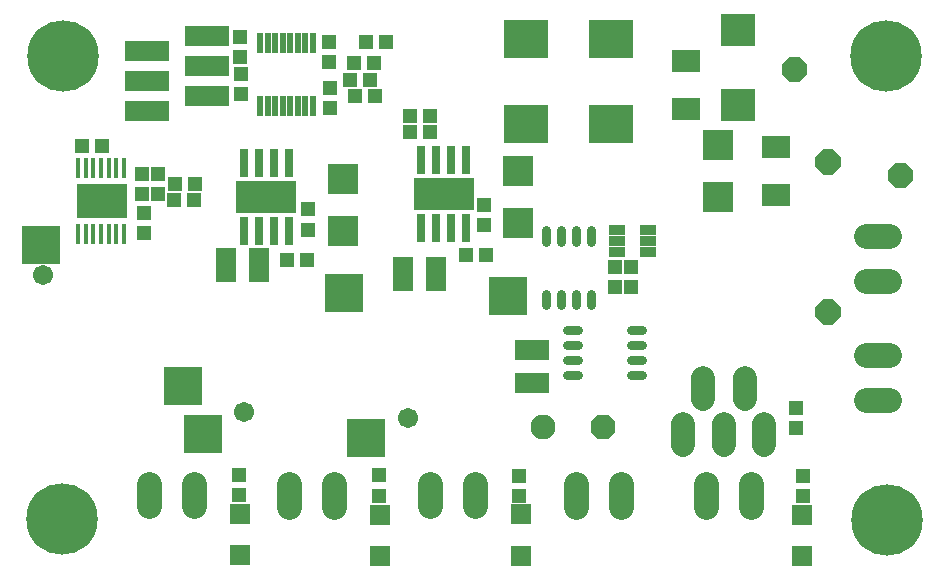
<source format=gts>
G75*
G70*
%OFA0B0*%
%FSLAX24Y24*%
%IPPOS*%
%LPD*%
%AMOC8*
5,1,8,0,0,1.08239X$1,22.5*
%
%ADD10R,0.0277X0.0946*%
%ADD11R,0.2049X0.1064*%
%ADD12R,0.0710X0.1143*%
%ADD13R,0.0474X0.0513*%
%ADD14R,0.1261X0.1261*%
%ADD15R,0.1025X0.1025*%
%ADD16R,0.0178X0.0690*%
%ADD17R,0.1655X0.1182*%
%ADD18R,0.0513X0.0474*%
%ADD19R,0.1497X0.1261*%
%ADD20R,0.1143X0.1084*%
%ADD21R,0.0580X0.0330*%
%ADD22R,0.1143X0.0710*%
%ADD23C,0.0830*%
%ADD24R,0.0230X0.0680*%
%ADD25R,0.1489X0.0671*%
%ADD26R,0.0930X0.0781*%
%ADD27C,0.0168*%
%ADD28OC8,0.0840*%
%ADD29R,0.0671X0.0671*%
%ADD30C,0.0316*%
%ADD31C,0.0830*%
%ADD32OC8,0.0830*%
%ADD33C,0.2380*%
%ADD34C,0.0790*%
%ADD35C,0.0674*%
D10*
X008221Y013618D03*
X008721Y013618D03*
X009221Y013618D03*
X009721Y013618D03*
X009721Y015882D03*
X009221Y015882D03*
X008721Y015882D03*
X008221Y015882D03*
X014130Y015982D03*
X014630Y015982D03*
X015130Y015982D03*
X015630Y015982D03*
X015630Y013718D03*
X015130Y013718D03*
X014630Y013718D03*
X014130Y013718D03*
D11*
X014886Y014848D03*
X008977Y014748D03*
D12*
X008728Y012471D03*
X007626Y012471D03*
X013513Y012180D03*
X014616Y012180D03*
D13*
X016228Y013813D03*
X016228Y014482D03*
X014439Y016902D03*
X014439Y017453D03*
X013769Y017453D03*
X013769Y016902D03*
X012590Y018121D03*
X011921Y018121D03*
X011775Y018658D03*
X012444Y018658D03*
X012295Y019918D03*
X012964Y019918D03*
X006598Y015181D03*
X005928Y015181D03*
X005374Y015512D03*
X005374Y014843D03*
X005902Y014649D03*
X006571Y014649D03*
X004885Y014217D03*
X004885Y013547D03*
X003492Y016456D03*
X002823Y016456D03*
X010359Y014331D03*
X010359Y013662D03*
D14*
X011578Y011554D03*
X006201Y008432D03*
X006854Y006829D03*
X012293Y006705D03*
X017017Y011429D03*
X001476Y013157D03*
D15*
X011512Y013601D03*
X011512Y015333D03*
X017372Y015606D03*
X017372Y013873D03*
X024032Y014735D03*
X024032Y016467D03*
D16*
X004228Y015713D03*
X003972Y015713D03*
X003717Y015713D03*
X003461Y015713D03*
X003205Y015713D03*
X002949Y015713D03*
X002693Y015713D03*
X002693Y013508D03*
X002949Y013508D03*
X003205Y013508D03*
X003461Y013508D03*
X003717Y013508D03*
X003972Y013508D03*
X004228Y013508D03*
D17*
X003480Y014610D03*
D18*
X004842Y014830D03*
X004842Y015499D03*
X008126Y018186D03*
X008126Y018855D03*
X008086Y019406D03*
X008086Y020075D03*
X011075Y019901D03*
X011075Y019232D03*
X011889Y019197D03*
X012559Y019197D03*
X011086Y018390D03*
X011086Y017721D03*
X015620Y012810D03*
X016289Y012810D03*
X020579Y012409D03*
X021141Y012403D03*
X021141Y011733D03*
X020579Y011740D03*
X026624Y007710D03*
X026624Y007041D03*
X026846Y005434D03*
X026846Y004764D03*
X017396Y004784D03*
X017396Y005454D03*
X012728Y005463D03*
X012728Y004793D03*
X008065Y004799D03*
X008065Y005468D03*
X009669Y012656D03*
X010338Y012656D03*
D19*
X017629Y017174D03*
X020463Y017174D03*
X020463Y020009D03*
X017629Y020009D03*
D20*
X024691Y020312D03*
X024691Y017812D03*
D21*
X021693Y013651D03*
X021693Y013277D03*
X021693Y012903D03*
X020662Y012903D03*
X020662Y013277D03*
X020662Y013651D03*
D22*
X017823Y009632D03*
X017823Y008530D03*
D23*
X019291Y005168D02*
X019291Y004418D01*
X020791Y004418D02*
X020791Y005168D01*
X023641Y005165D02*
X023641Y004415D01*
X025141Y004415D02*
X025141Y005165D01*
X028967Y007991D02*
X029717Y007991D01*
X029717Y009491D02*
X028967Y009491D01*
X028967Y011933D02*
X029717Y011933D01*
X029717Y013433D02*
X028967Y013433D01*
X015926Y005180D02*
X015926Y004430D01*
X014426Y004430D02*
X014426Y005180D01*
X011224Y005168D02*
X011224Y004418D01*
X009724Y004418D02*
X009724Y005168D01*
X006553Y005180D02*
X006553Y004430D01*
X005053Y004430D02*
X005053Y005180D01*
D24*
X008770Y017764D03*
X009020Y017764D03*
X009270Y017764D03*
X009520Y017764D03*
X009770Y017764D03*
X010020Y017764D03*
X010270Y017764D03*
X010520Y017764D03*
X010520Y019882D03*
X010270Y019882D03*
X010020Y019882D03*
X009770Y019882D03*
X009520Y019882D03*
X009270Y019882D03*
X009020Y019882D03*
X008770Y019882D03*
D25*
X007010Y020113D03*
X007010Y019113D03*
X007010Y018113D03*
X005010Y017613D03*
X005010Y018613D03*
X005010Y019613D03*
D26*
X022973Y019279D03*
X022973Y017677D03*
X025973Y016419D03*
X025973Y014816D03*
D27*
X030034Y015725D02*
X029950Y015809D01*
X030228Y015809D01*
X030424Y015613D01*
X030424Y015335D01*
X030228Y015139D01*
X029950Y015139D01*
X029754Y015335D01*
X029754Y015613D01*
X029950Y015809D01*
X030002Y015683D01*
X030176Y015683D01*
X030298Y015561D01*
X030298Y015387D01*
X030176Y015265D01*
X030002Y015265D01*
X029880Y015387D01*
X029880Y015561D01*
X030002Y015683D01*
X030054Y015557D01*
X030124Y015557D01*
X030172Y015509D01*
X030172Y015439D01*
X030124Y015391D01*
X030054Y015391D01*
X030006Y015439D01*
X030006Y015509D01*
X030054Y015557D01*
X026498Y019261D02*
X026414Y019345D01*
X026692Y019345D01*
X026888Y019149D01*
X026888Y018871D01*
X026692Y018675D01*
X026414Y018675D01*
X026218Y018871D01*
X026218Y019149D01*
X026414Y019345D01*
X026466Y019219D01*
X026640Y019219D01*
X026762Y019097D01*
X026762Y018923D01*
X026640Y018801D01*
X026466Y018801D01*
X026344Y018923D01*
X026344Y019097D01*
X026466Y019219D01*
X026518Y019093D01*
X026588Y019093D01*
X026636Y019045D01*
X026636Y018975D01*
X026588Y018927D01*
X026518Y018927D01*
X026470Y018975D01*
X026470Y019045D01*
X026518Y019093D01*
D28*
X027682Y015907D03*
X027682Y010907D03*
D29*
X026844Y004153D03*
X026844Y002775D03*
X017454Y002791D03*
X017454Y004169D03*
X012756Y004158D03*
X012756Y002780D03*
X008093Y002812D03*
X008093Y004190D03*
D30*
X018302Y011130D02*
X018302Y011504D01*
X018802Y011504D02*
X018802Y011130D01*
X019302Y011130D02*
X019302Y011504D01*
X019802Y011504D02*
X019802Y011130D01*
X019370Y010325D02*
X018996Y010325D01*
X018996Y009825D02*
X019370Y009825D01*
X019370Y009325D02*
X018996Y009325D01*
X018996Y008825D02*
X019370Y008825D01*
X021122Y008825D02*
X021496Y008825D01*
X021496Y009325D02*
X021122Y009325D01*
X021122Y009825D02*
X021496Y009825D01*
X021496Y010325D02*
X021122Y010325D01*
X019802Y013256D02*
X019802Y013630D01*
X019302Y013630D02*
X019302Y013256D01*
X018802Y013256D02*
X018802Y013630D01*
X018302Y013630D02*
X018302Y013256D01*
D31*
X018203Y007079D03*
D32*
X020203Y007079D03*
D33*
X002151Y004006D03*
X002194Y019435D03*
X029635Y019443D03*
X029655Y003990D03*
D34*
X025572Y006466D02*
X025572Y007176D01*
X024922Y008016D02*
X024922Y008726D01*
X023522Y008726D02*
X023522Y008016D01*
X022872Y007176D02*
X022872Y006466D01*
X024222Y006466D02*
X024222Y007176D01*
D35*
X013710Y007376D03*
X008238Y007573D03*
X001545Y012140D03*
M02*

</source>
